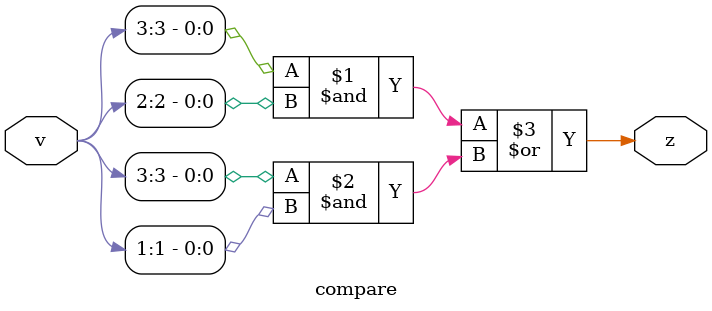
<source format=v>
module compare(input [3:0] v,output z);
assign z=(v[3]&v[2]) | (v[3]&v[1]);
endmodule 
</source>
